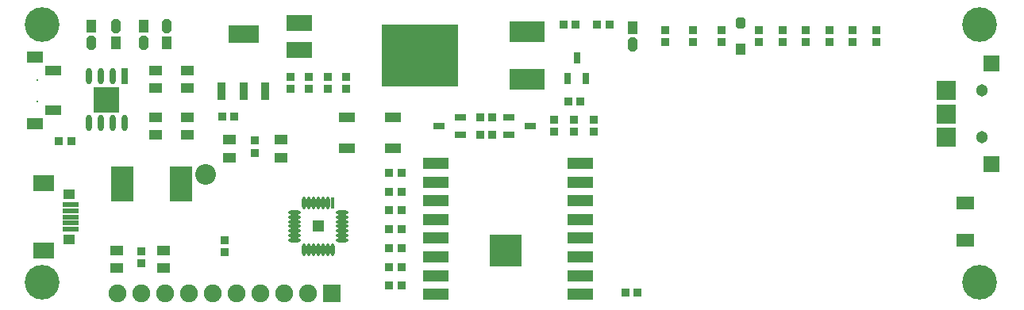
<source format=gts>
G04*
G04 #@! TF.GenerationSoftware,Altium Limited,Altium Designer,18.1.9 (240)*
G04*
G04 Layer_Color=8388736*
%FSLAX25Y25*%
%MOIN*%
G70*
G01*
G75*
%ADD23R,0.07099X0.07099*%
%ADD24R,0.07887X0.08280*%
%ADD25R,0.07493X0.05721*%
%ADD26R,0.04300X0.05800*%
G04:AMPARAMS|DCode=27|XSize=58mil|YSize=43mil|CornerRadius=0mil|HoleSize=0mil|Usage=FLASHONLY|Rotation=270.000|XOffset=0mil|YOffset=0mil|HoleType=Round|Shape=Octagon|*
%AMOCTAGOND27*
4,1,8,-0.01075,-0.02900,0.01075,-0.02900,0.02150,-0.01825,0.02150,0.01825,0.01075,0.02900,-0.01075,0.02900,-0.02150,0.01825,-0.02150,-0.01825,-0.01075,-0.02900,0.0*
%
%ADD27OCTAGOND27*%

%ADD28R,0.06706X0.03950*%
%ADD29R,0.06706X0.05131*%
%ADD30R,0.05800X0.04300*%
%ADD31R,0.03800X0.03800*%
%ADD32R,0.11036X0.05131*%
%ADD33R,0.03800X0.03800*%
%ADD34R,0.06706X0.04343*%
%ADD35R,0.02769X0.06706*%
%ADD36O,0.02769X0.06706*%
%ADD37R,0.10642X0.10642*%
%ADD38R,0.03950X0.04737*%
G04:AMPARAMS|DCode=39|XSize=47.37mil|YSize=39.5mil|CornerRadius=0mil|HoleSize=0mil|Usage=FLASHONLY|Rotation=90.000|XOffset=0mil|YOffset=0mil|HoleType=Round|Shape=Octagon|*
%AMOCTAGOND39*
4,1,8,0.00987,0.02368,-0.00987,0.02368,-0.01975,0.01381,-0.01975,-0.01381,-0.00987,-0.02368,0.00987,-0.02368,0.01975,-0.01381,0.01975,0.01381,0.00987,0.02368,0.0*
%
%ADD39OCTAGOND39*%

%ADD40R,0.07099X0.02178*%
%ADD41O,0.05131X0.01784*%
%ADD42O,0.01784X0.05131*%
%ADD43R,0.01784X0.05131*%
%ADD44R,0.04737X0.04737*%
%ADD45R,0.10800X0.06800*%
%ADD46R,0.03753X0.07493*%
%ADD47R,0.13005X0.07493*%
%ADD48R,0.09658X0.14580*%
%ADD49R,0.02572X0.04737*%
%ADD50R,0.32296X0.26391*%
%ADD51R,0.14580X0.09068*%
%ADD52R,0.04737X0.02572*%
%ADD53R,0.13398X0.13398*%
%ADD54C,0.05131*%
%ADD55C,0.00800*%
%ADD56C,0.08674*%
%ADD57C,0.07493*%
%ADD58R,0.07493X0.07493*%
%ADD59R,0.08674X0.06706*%
%ADD60R,0.04737X0.03950*%
%ADD61C,0.14580*%
D23*
X408661Y101969D02*
D03*
Y59449D02*
D03*
D24*
X389764Y70866D02*
D03*
Y90551D02*
D03*
Y80709D02*
D03*
D25*
X397638Y43307D02*
D03*
Y27559D02*
D03*
D26*
X257900Y116885D02*
D03*
X62179Y110674D02*
D03*
X52781Y117673D02*
D03*
X40919Y110674D02*
D03*
X30734Y117673D02*
D03*
D27*
X257900Y109885D02*
D03*
X62179Y117674D02*
D03*
X52781Y110673D02*
D03*
X40919Y117674D02*
D03*
X30734Y110673D02*
D03*
D28*
X14764Y82284D02*
D03*
Y98819D02*
D03*
D29*
X6890Y76476D02*
D03*
Y104626D02*
D03*
D30*
X61023Y23426D02*
D03*
Y15945D02*
D03*
X88583Y62401D02*
D03*
Y69882D02*
D03*
X110236Y69882D02*
D03*
Y62402D02*
D03*
X57481Y99015D02*
D03*
Y91535D02*
D03*
X70867Y99015D02*
D03*
Y91535D02*
D03*
X57480Y71851D02*
D03*
Y79331D02*
D03*
X70866Y71851D02*
D03*
Y79331D02*
D03*
X41339Y23425D02*
D03*
Y15945D02*
D03*
D31*
X137795Y91142D02*
D03*
Y96260D02*
D03*
X129921Y91142D02*
D03*
Y96260D02*
D03*
X122047Y91142D02*
D03*
Y96260D02*
D03*
X114173Y91142D02*
D03*
Y96260D02*
D03*
X99213Y69488D02*
D03*
Y64370D02*
D03*
X86614Y27756D02*
D03*
Y22638D02*
D03*
X51574Y17914D02*
D03*
Y23032D02*
D03*
X320866Y110826D02*
D03*
Y115945D02*
D03*
X271653Y115945D02*
D03*
Y110827D02*
D03*
X283465Y110826D02*
D03*
Y115945D02*
D03*
X340551Y115945D02*
D03*
Y110827D02*
D03*
X350393Y115945D02*
D03*
Y110827D02*
D03*
X360236Y115945D02*
D03*
Y110827D02*
D03*
X311023D02*
D03*
Y115945D02*
D03*
X330708Y110827D02*
D03*
Y115945D02*
D03*
X295275Y110827D02*
D03*
Y115945D02*
D03*
X233249Y78322D02*
D03*
Y73204D02*
D03*
X225000Y78321D02*
D03*
Y73203D02*
D03*
X241501Y78321D02*
D03*
Y73203D02*
D03*
D32*
X235827Y36319D02*
D03*
Y4823D02*
D03*
Y12746D02*
D03*
Y20571D02*
D03*
Y28445D02*
D03*
Y44193D02*
D03*
Y52067D02*
D03*
Y59941D02*
D03*
X175197D02*
D03*
Y52067D02*
D03*
Y44193D02*
D03*
Y36319D02*
D03*
Y28445D02*
D03*
Y20571D02*
D03*
Y12697D02*
D03*
Y4846D02*
D03*
D33*
X234055Y118110D02*
D03*
X228937D02*
D03*
X254941Y5500D02*
D03*
X260059D02*
D03*
X160827Y8500D02*
D03*
X155708D02*
D03*
X160827Y16416D02*
D03*
X155708D02*
D03*
X160827Y24333D02*
D03*
X155708D02*
D03*
X160827Y32250D02*
D03*
X155708D02*
D03*
X160827Y40166D02*
D03*
X155708D02*
D03*
X160827Y48083D02*
D03*
X155708D02*
D03*
X160827Y56000D02*
D03*
X155708D02*
D03*
X90748Y79528D02*
D03*
X85630D02*
D03*
X22244Y69291D02*
D03*
X17126D02*
D03*
X230941Y86024D02*
D03*
X236059D02*
D03*
X243111Y118111D02*
D03*
X248229D02*
D03*
X199059Y71846D02*
D03*
X193941D02*
D03*
X193941Y79347D02*
D03*
X199059D02*
D03*
D34*
X157283Y79331D02*
D03*
Y66339D02*
D03*
X137992Y79331D02*
D03*
Y66339D02*
D03*
D35*
X44508Y96457D02*
D03*
D36*
X39508D02*
D03*
X34508D02*
D03*
X29508D02*
D03*
X44508Y76772D02*
D03*
X39508D02*
D03*
X34508D02*
D03*
X29508D02*
D03*
D37*
X37008Y86614D02*
D03*
D38*
X303150Y107874D02*
D03*
D39*
Y118898D02*
D03*
D40*
X22047Y39961D02*
D03*
Y37402D02*
D03*
Y42520D02*
D03*
Y32283D02*
D03*
Y34843D02*
D03*
D41*
X135827Y39370D02*
D03*
Y37402D02*
D03*
Y35433D02*
D03*
Y33465D02*
D03*
Y31496D02*
D03*
Y29528D02*
D03*
Y27559D02*
D03*
X116142Y39370D02*
D03*
Y27559D02*
D03*
Y29528D02*
D03*
Y31496D02*
D03*
Y33465D02*
D03*
Y35433D02*
D03*
Y37402D02*
D03*
D42*
X131890Y23622D02*
D03*
X129921D02*
D03*
X127953D02*
D03*
X125984D02*
D03*
X124016D02*
D03*
X122047D02*
D03*
X120079D02*
D03*
Y43307D02*
D03*
X122047D02*
D03*
X124016D02*
D03*
X125984D02*
D03*
X127953D02*
D03*
X129921D02*
D03*
D43*
X131890D02*
D03*
D44*
X125984Y33465D02*
D03*
D45*
X118110Y119095D02*
D03*
Y107677D02*
D03*
D46*
X85433Y90362D02*
D03*
X94488D02*
D03*
X103543D02*
D03*
D47*
X94488Y114362D02*
D03*
D48*
X68209Y51181D02*
D03*
X43602D02*
D03*
D49*
X234500Y104429D02*
D03*
X238240Y95500D02*
D03*
X230760D02*
D03*
D50*
X168504Y105118D02*
D03*
D51*
X213583Y95118D02*
D03*
Y115118D02*
D03*
D52*
X176571Y75590D02*
D03*
X185500Y79331D02*
D03*
Y71850D02*
D03*
X214929Y75590D02*
D03*
X206000Y71850D02*
D03*
Y79331D02*
D03*
D53*
X204646Y23260D02*
D03*
D54*
X404724Y90551D02*
D03*
Y70866D02*
D03*
D55*
X7874Y95079D02*
D03*
Y86024D02*
D03*
D56*
X78740Y55118D02*
D03*
D57*
X61614Y5118D02*
D03*
X71614D02*
D03*
X81614D02*
D03*
X121614D02*
D03*
X111614D02*
D03*
X101614D02*
D03*
X91614D02*
D03*
X51614D02*
D03*
X41614D02*
D03*
D58*
X131614D02*
D03*
D59*
X10630Y23130D02*
D03*
Y51673D02*
D03*
D60*
X21299Y46949D02*
D03*
Y27854D02*
D03*
D61*
X403543Y9843D02*
D03*
Y118110D02*
D03*
X9843Y9843D02*
D03*
Y118110D02*
D03*
M02*

</source>
